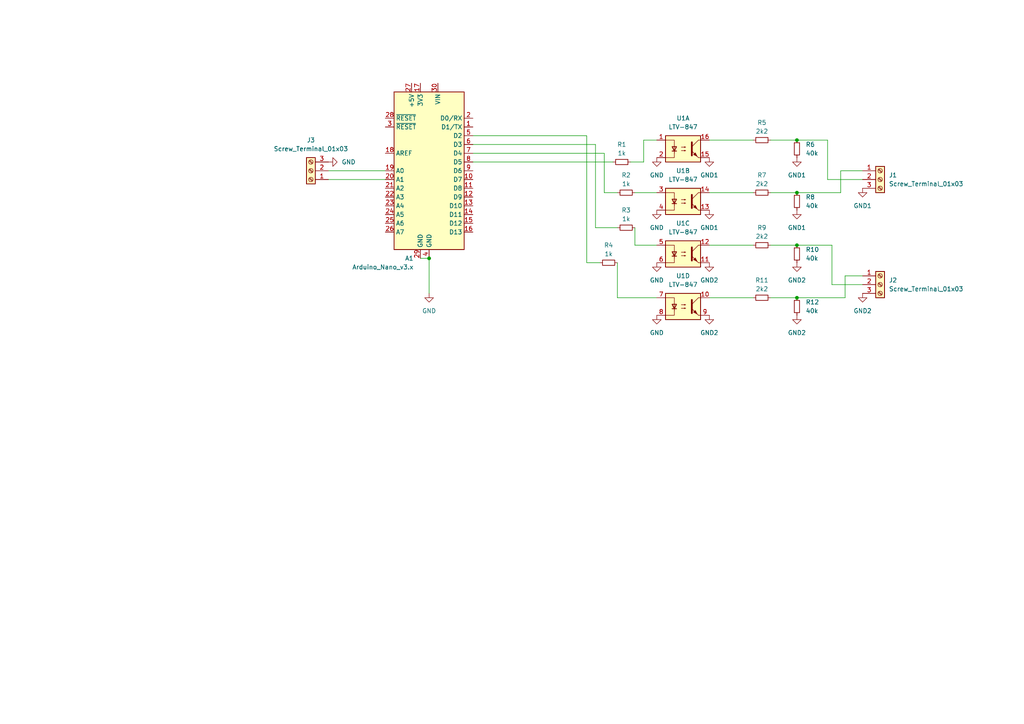
<source format=kicad_sch>
(kicad_sch (version 20230121) (generator eeschema)
  (paper "A4")
  (lib_symbols
    (symbol "Connector:Screw_Terminal_01x03" (pin_names (offset 1.016) hide)
      (property "Reference" "J" (at 0 5.08 0))
      (property "Value" "Screw_Terminal_01x03" (at 0 -5.08 0))
      (symbol "Screw_Terminal_01x03_1_1"
        (rectangle (start -1.27 3.81) (end 1.27 -3.81) (stroke (width 0.254)) (fill (type background)))
        (circle (center 0 -2.54) (radius 0.635) (stroke (width 0.1524)))
        (polyline (pts (xy -0.5334 -2.2098) (xy 0.3302 -3.048)) (stroke (width 0.1524)))
        (polyline (pts (xy -0.5334 0.3302) (xy 0.3302 -0.508)) (stroke (width 0.1524)))
        (polyline (pts (xy -0.5334 2.8702) (xy 0.3302 2.032)) (stroke (width 0.1524)))
        (polyline (pts (xy -0.3556 -2.032) (xy 0.508 -2.8702)) (stroke (width 0.1524)))
        (polyline (pts (xy -0.3556 0.508) (xy 0.508 -0.3302)) (stroke (width 0.1524)))
        (polyline (pts (xy -0.3556 3.048) (xy 0.508 2.2098)) (stroke (width 0.1524)))
        (circle (center 0 0) (radius 0.635) (stroke (width 0.1524)))
        (circle (center 0 2.54) (radius 0.635) (stroke (width 0.1524)))
        (pin passive line (at -5.08 2.54 0) (length 3.81) (name "Pin_1") (number "1"))
        (pin passive line (at -5.08 0 0) (length 3.81) (name "Pin_2") (number "2"))
        (pin passive line (at -5.08 -2.54 0) (length 3.81) (name "Pin_3") (number "3"))
      )
    )
    (symbol "Device:R_Small" (pin_numbers hide) (pin_names (offset 0.254) hide)
      (property "Reference" "R" (at 0.762 0.508 0))
      (property "Value" "R_Small" (at 0.762 -1.016 0))
      (symbol "R_Small_0_1"
        (rectangle (start -0.762 1.778) (end 0.762 -1.778) (stroke (width 0.2032)))
      )
      (symbol "R_Small_1_1"
        (pin passive line (at 0 2.54 270) (length 0.762) (name "~") (number "1"))
        (pin passive line (at 0 -2.54 90) (length 0.762) (name "~") (number "2"))
      )
    )
    (symbol "Isolator:LTV-847" (pin_names (offset 1.016))
      (property "Reference" "U" (at -5.08 5.08 0))
      (property "Value" "LTV-847" (at 0 5.08 0))
      (symbol "LTV-847_0_1"
        (rectangle (start -5.08 3.81) (end 5.08 -3.81) (stroke (width 0.254)) (fill (type background)))
        (polyline (pts (xy -3.175 -0.635) (xy -1.905 -0.635)) (stroke (width 0.254)))
        (polyline (pts (xy 2.54 0.635) (xy 4.445 2.54)))
        (polyline (pts (xy 4.445 -2.54) (xy 2.54 -0.635)) (fill (type outline)))
        (polyline (pts (xy 4.445 -2.54) (xy 5.08 -2.54)))
        (polyline (pts (xy 4.445 2.54) (xy 5.08 2.54)))
        (polyline (pts (xy -2.54 -0.635) (xy -2.54 -2.54) (xy -5.08 -2.54)))
        (polyline (pts (xy 2.54 1.905) (xy 2.54 -1.905) (xy 2.54 -1.905)) (stroke (width 0.508)))
        (polyline (pts (xy -5.08 2.54) (xy -2.54 2.54) (xy -2.54 -1.27) (xy -2.54 0.635)))
        (polyline (pts (xy -2.54 -0.635) (xy -3.175 0.635) (xy -1.905 0.635) (xy -2.54 -0.635)) (stroke (width 0.254)))
        (polyline (pts (xy -0.508 -0.508) (xy 0.762 -0.508) (xy 0.381 -0.635) (xy 0.381 -0.381) (xy 0.762 -0.508)))
        (polyline (pts (xy -0.508 0.508) (xy 0.762 0.508) (xy 0.381 0.381) (xy 0.381 0.635) (xy 0.762 0.508)))
        (polyline (pts (xy 3.048 -1.651) (xy 3.556 -1.143) (xy 4.064 -2.159) (xy 3.048 -1.651) (xy 3.048 -1.651)) (fill (type outline)))
      )
      (symbol "LTV-847_1_1"
        (pin passive line (at -7.62 2.54 0) (length 2.54) (name "~") (number "1"))
        (pin passive line (at 7.62 -2.54 180) (length 2.54) (name "~") (number "15"))
        (pin passive line (at 7.62 2.54 180) (length 2.54) (name "~") (number "16"))
        (pin passive line (at -7.62 -2.54 0) (length 2.54) (name "~") (number "2"))
      )
      (symbol "LTV-847_2_1"
        (pin passive line (at 7.62 -2.54 180) (length 2.54) (name "~") (number "13"))
        (pin passive line (at 7.62 2.54 180) (length 2.54) (name "~") (number "14"))
        (pin passive line (at -7.62 2.54 0) (length 2.54) (name "~") (number "3"))
        (pin passive line (at -7.62 -2.54 0) (length 2.54) (name "~") (number "4"))
      )
      (symbol "LTV-847_3_1"
        (pin passive line (at 7.62 -2.54 180) (length 2.54) (name "~") (number "11"))
        (pin passive line (at 7.62 2.54 180) (length 2.54) (name "~") (number "12"))
        (pin passive line (at -7.62 2.54 0) (length 2.54) (name "~") (number "5"))
        (pin passive line (at -7.62 -2.54 0) (length 2.54) (name "~") (number "6"))
      )
      (symbol "LTV-847_4_1"
        (pin passive line (at 7.62 2.54 180) (length 2.54) (name "~") (number "10"))
        (pin passive line (at -7.62 2.54 0) (length 2.54) (name "~") (number "7"))
        (pin passive line (at -7.62 -2.54 0) (length 2.54) (name "~") (number "8"))
        (pin passive line (at 7.62 -2.54 180) (length 2.54) (name "~") (number "9"))
      )
    )
    (symbol "MCU_Module:Arduino_Nano_v3.x"
      (property "Reference" "A" (at -10.16 23.495 0))
      (property "Value" "Arduino_Nano_v3.x" (at 5.08 -24.13 0))
      (symbol "Arduino_Nano_v3.x_0_1"
        (rectangle (start -10.16 22.86) (end 10.16 -22.86) (stroke (width 0.254)) (fill (type background)))
      )
      (symbol "Arduino_Nano_v3.x_1_1"
        (pin bidirectional line (at -12.7 12.7 0) (length 2.54) (name "D1/TX") (number "1"))
        (pin bidirectional line (at -12.7 -2.54 0) (length 2.54) (name "D7") (number "10"))
        (pin bidirectional line (at -12.7 -5.08 0) (length 2.54) (name "D8") (number "11"))
        (pin bidirectional line (at -12.7 -7.62 0) (length 2.54) (name "D9") (number "12"))
        (pin bidirectional line (at -12.7 -10.16 0) (length 2.54) (name "D10") (number "13"))
        (pin bidirectional line (at -12.7 -12.7 0) (length 2.54) (name "D11") (number "14"))
        (pin bidirectional line (at -12.7 -15.24 0) (length 2.54) (name "D12") (number "15"))
        (pin bidirectional line (at -12.7 -17.78 0) (length 2.54) (name "D13") (number "16"))
        (pin power_out line (at 2.54 25.4 270) (length 2.54) (name "3V3") (number "17"))
        (pin input line (at 12.7 5.08 180) (length 2.54) (name "AREF") (number "18"))
        (pin bidirectional line (at 12.7 0 180) (length 2.54) (name "A0") (number "19"))
        (pin bidirectional line (at -12.7 15.24 0) (length 2.54) (name "D0/RX") (number "2"))
        (pin bidirectional line (at 12.7 -2.54 180) (length 2.54) (name "A1") (number "20"))
        (pin bidirectional line (at 12.7 -5.08 180) (length 2.54) (name "A2") (number "21"))
        (pin bidirectional line (at 12.7 -7.62 180) (length 2.54) (name "A3") (number "22"))
        (pin bidirectional line (at 12.7 -10.16 180) (length 2.54) (name "A4") (number "23"))
        (pin bidirectional line (at 12.7 -12.7 180) (length 2.54) (name "A5") (number "24"))
        (pin bidirectional line (at 12.7 -15.24 180) (length 2.54) (name "A6") (number "25"))
        (pin bidirectional line (at 12.7 -17.78 180) (length 2.54) (name "A7") (number "26"))
        (pin power_out line (at 5.08 25.4 270) (length 2.54) (name "+5V") (number "27"))
        (pin input line (at 12.7 15.24 180) (length 2.54) (name "~{RESET}") (number "28"))
        (pin power_in line (at 2.54 -25.4 90) (length 2.54) (name "GND") (number "29"))
        (pin input line (at 12.7 12.7 180) (length 2.54) (name "~{RESET}") (number "3"))
        (pin power_in line (at -2.54 25.4 270) (length 2.54) (name "VIN") (number "30"))
        (pin power_in line (at 0 -25.4 90) (length 2.54) (name "GND") (number "4"))
        (pin bidirectional line (at -12.7 10.16 0) (length 2.54) (name "D2") (number "5"))
        (pin bidirectional line (at -12.7 7.62 0) (length 2.54) (name "D3") (number "6"))
        (pin bidirectional line (at -12.7 5.08 0) (length 2.54) (name "D4") (number "7"))
        (pin bidirectional line (at -12.7 2.54 0) (length 2.54) (name "D5") (number "8"))
        (pin bidirectional line (at -12.7 0 0) (length 2.54) (name "D6") (number "9"))
      )
    )
    (symbol "power:GND" (power) (pin_names (offset 0))
      (property "Value" "GND" (at 0 -3.81 0))
      (symbol "GND_0_1"
        (polyline (pts (xy 0 0) (xy 0 -1.27) (xy 1.27 -1.27) (xy 0 -2.54) (xy -1.27 -1.27) (xy 0 -1.27)))
      )
      (symbol "GND_1_1"
        (pin power_in line (at 0 0 270) (length 0) hide (name "GND") (number "1"))
      )
    )
    (symbol "power:GND1" (power) (pin_names (offset 0))
      (property "Value" "GND1" (at 0 -3.81 0))
      (symbol "GND1_0_1"
        (polyline (pts (xy 0 0) (xy 0 -1.27) (xy 1.27 -1.27) (xy 0 -2.54) (xy -1.27 -1.27) (xy 0 -1.27)))
      )
      (symbol "GND1_1_1"
        (pin power_in line (at 0 0 270) (length 0) hide (name "GND1") (number "1"))
      )
    )
    (symbol "power:GND2" (power) (pin_names (offset 0))
      (property "Value" "GND2" (at 0 -3.81 0))
      (symbol "GND2_0_1"
        (polyline (pts (xy 0 0) (xy 0 -1.27) (xy 1.27 -1.27) (xy 0 -2.54) (xy -1.27 -1.27) (xy 0 -1.27)))
      )
      (symbol "GND2_1_1"
        (pin power_in line (at 0 0 270) (length 0) hide (name "GND2") (number "1"))
      )
    )
  )
  (junction (at 231.14 40.64))
  (junction (at 231.14 86.36))
  (junction (at 231.14 55.88))
  (junction (at 124.46 74.93))
  (junction (at 231.14 71.12))
  (wire (pts (xy 231.14 86.36) (xy 245.11 86.36)))
  (wire (pts (xy 124.46 74.93) (xy 124.46 85.09)))
  (wire (pts (xy 243.84 49.53) (xy 250.19 49.53)))
  (wire (pts (xy 218.44 55.88) (xy 205.74 55.88)))
  (wire (pts (xy 240.03 40.64) (xy 231.14 40.64)))
  (wire (pts (xy 170.18 39.37) (xy 170.18 76.2)))
  (wire (pts (xy 240.03 52.07) (xy 240.03 40.64)))
  (wire (pts (xy 190.5 55.88) (xy 184.15 55.88)))
  (wire (pts (xy 241.3 82.55) (xy 241.3 71.12)))
  (wire (pts (xy 121.92 74.93) (xy 124.46 74.93)))
  (wire (pts (xy 243.84 49.53) (xy 243.84 55.88)))
  (wire (pts (xy 170.18 76.2) (xy 173.99 76.2)))
  (wire (pts (xy 245.11 80.01) (xy 245.11 86.36)))
  (wire (pts (xy 95.25 49.53) (xy 111.76 49.53)))
  (wire (pts (xy 205.74 40.64) (xy 218.44 40.64)))
  (wire (pts (xy 250.19 82.55) (xy 241.3 82.55)))
  (wire (pts (xy 190.5 71.12) (xy 184.15 71.12)))
  (wire (pts (xy 172.72 41.91) (xy 172.72 66.04)))
  (wire (pts (xy 137.16 46.99) (xy 177.8 46.99)))
  (wire (pts (xy 175.26 55.88) (xy 175.26 44.45)))
  (wire (pts (xy 137.16 39.37) (xy 170.18 39.37)))
  (wire (pts (xy 218.44 86.36) (xy 205.74 86.36)))
  (wire (pts (xy 179.07 86.36) (xy 179.07 76.2)))
  (wire (pts (xy 172.72 41.91) (xy 137.16 41.91)))
  (wire (pts (xy 186.69 46.99) (xy 182.88 46.99)))
  (wire (pts (xy 250.19 52.07) (xy 240.03 52.07)))
  (wire (pts (xy 231.14 71.12) (xy 241.3 71.12)))
  (wire (pts (xy 231.14 55.88) (xy 243.84 55.88)))
  (wire (pts (xy 190.5 86.36) (xy 179.07 86.36)))
  (wire (pts (xy 231.14 86.36) (xy 223.52 86.36)))
  (wire (pts (xy 175.26 55.88) (xy 179.07 55.88)))
  (wire (pts (xy 218.44 71.12) (xy 205.74 71.12)))
  (wire (pts (xy 231.14 40.64) (xy 223.52 40.64)))
  (wire (pts (xy 172.72 66.04) (xy 179.07 66.04)))
  (wire (pts (xy 175.26 44.45) (xy 137.16 44.45)))
  (wire (pts (xy 245.11 80.01) (xy 250.19 80.01)))
  (wire (pts (xy 231.14 71.12) (xy 223.52 71.12)))
  (wire (pts (xy 231.14 55.88) (xy 223.52 55.88)))
  (wire (pts (xy 190.5 40.64) (xy 186.69 40.64)))
  (wire (pts (xy 184.15 71.12) (xy 184.15 66.04)))
  (wire (pts (xy 186.69 40.64) (xy 186.69 46.99)))
  (wire (pts (xy 95.25 52.07) (xy 111.76 52.07)))
  (symbol (lib_id "Device:R_Small") (at 231.14 88.9 180) (unit 1)
    (property "Reference" "R12" (at 233.68 87.63 0) (effects (justify right)))
    (property "Value" "40k" (at 233.68 90.17 0) (effects (justify right)))
    (property "Footprint" "Resistor_THT:R_Axial_DIN0204_L3.6mm_D1.6mm_P7.62mm_Horizontal" (effects hide))
  )
  (symbol (lib_id "Isolator:LTV-847") (at 198.12 88.9 0) (unit 4)
    (property "Reference" "U1" (at 198.12 80.01 0))
    (property "Value" "LTV-847" (at 198.12 82.55 0))
    (property "Footprint" "Package_DIP:DIP-16_W7.62mm" (effects hide))
    (property "Datasheet" "http://optoelectronics.liteon.com/upload/download/DS-70-96-0016/LTV-8X7%20series.PDF" (effects hide))
  )
  (symbol (lib_id "Connector:Screw_Terminal_01x03") (at 90.17 49.53 180) (unit 1)
    (property "Reference" "J3" (at 90.17 40.64 0))
    (property "Value" "Screw_Terminal_01x03" (at 90.17 43.18 0))
    (property "Footprint" "TerminalBlock:TerminalBlock_bornier-3_P5.08mm" (effects hide))
  )
  (symbol (lib_id "Isolator:LTV-847") (at 198.12 58.42 0) (unit 2)
    (property "Reference" "U1" (at 198.12 49.53 0))
    (property "Value" "LTV-847" (at 198.12 52.07 0))
    (property "Footprint" "Package_DIP:DIP-16_W7.62mm" (effects hide))
    (property "Datasheet" "http://optoelectronics.liteon.com/upload/download/DS-70-96-0016/LTV-8X7%20series.PDF" (effects hide))
  )
  (symbol (lib_id "power:GND1") (at 250.19 54.61 0) (unit 1)
    (property "Reference" "#PWR013" (effects hide))
    (property "Value" "GND1" (at 250.19 59.69 0))
  )
  (symbol (lib_id "power:GND") (at 190.5 45.72 0) (unit 1)
    (property "Reference" "#PWR01" (effects hide))
    (property "Value" "GND" (at 190.5 50.8 0))
  )
  (symbol (lib_id "Isolator:LTV-847") (at 198.12 73.66 0) (unit 3)
    (property "Reference" "U1" (at 198.12 64.77 0))
    (property "Value" "LTV-847" (at 198.12 67.31 0))
    (property "Footprint" "Package_DIP:DIP-16_W7.62mm" (effects hide))
    (property "Datasheet" "http://optoelectronics.liteon.com/upload/download/DS-70-96-0016/LTV-8X7%20series.PDF" (effects hide))
  )
  (symbol (lib_id "Connector:Screw_Terminal_01x03") (at 255.27 52.07 0) (unit 1)
    (property "Reference" "J1" (at 257.81 50.8 0) (effects (justify left)))
    (property "Value" "Screw_Terminal_01x03" (at 257.81 53.34 0) (effects (justify left)))
    (property "Footprint" "TerminalBlock:TerminalBlock_bornier-3_P5.08mm" (effects hide))
  )
  (symbol (lib_id "power:GND") (at 190.5 60.96 0) (unit 1)
    (property "Reference" "#PWR02" (effects hide))
    (property "Value" "GND" (at 190.5 66.04 0))
  )
  (symbol (lib_id "Device:R_Small") (at 220.98 86.36 270) (unit 1)
    (property "Reference" "R11" (at 220.98 81.28 90))
    (property "Value" "2k2" (at 220.98 83.82 90))
    (property "Footprint" "Resistor_THT:R_Axial_DIN0204_L3.6mm_D1.6mm_P7.62mm_Horizontal" (effects hide))
  )
  (symbol (lib_id "power:GND2") (at 205.74 76.2 0) (unit 1)
    (property "Reference" "#PWR07" (effects hide))
    (property "Value" "GND2" (at 205.74 81.28 0))
  )
  (symbol (lib_id "MCU_Module:Arduino_Nano_v3.x") (at 124.46 49.53 0) (mirror y) (unit 1)
    (property "Reference" "A1" (at 119.9641 74.93 0) (effects (justify left)))
    (property "Value" "Arduino_Nano_v3.x" (at 119.9641 77.47 0) (effects (justify left)))
    (property "Footprint" "Module:Arduino_Nano" (effects hide))
    (property "Datasheet" "http://www.mouser.com/pdfdocs/Gravitech_Arduino_Nano3_0.pdf" (effects hide))
  )
  (symbol (lib_id "power:GND") (at 190.5 76.2 0) (unit 1)
    (property "Reference" "#PWR03" (effects hide))
    (property "Value" "GND" (at 190.5 81.28 0))
  )
  (symbol (lib_id "power:GND1") (at 231.14 60.96 0) (unit 1)
    (property "Reference" "#PWR011" (effects hide))
    (property "Value" "GND1" (at 231.14 66.04 0))
  )
  (symbol (lib_id "Device:R_Small") (at 220.98 55.88 270) (unit 1)
    (property "Reference" "R7" (at 220.98 50.8 90))
    (property "Value" "2k2" (at 220.98 53.34 90))
    (property "Footprint" "Resistor_THT:R_Axial_DIN0204_L3.6mm_D1.6mm_P7.62mm_Horizontal" (effects hide))
  )
  (symbol (lib_id "power:GND") (at 124.46 85.09 0) (unit 1)
    (property "Reference" "#PWR015" (effects hide))
    (property "Value" "GND" (at 124.46 90.17 0))
  )
  (symbol (lib_id "Device:R_Small") (at 231.14 43.18 180) (unit 1)
    (property "Reference" "R6" (at 233.68 41.91 0) (effects (justify right)))
    (property "Value" "40k" (at 233.68 44.45 0) (effects (justify right)))
    (property "Footprint" "Resistor_THT:R_Axial_DIN0204_L3.6mm_D1.6mm_P7.62mm_Horizontal" (effects hide))
  )
  (symbol (lib_id "Device:R_Small") (at 180.34 46.99 90) (unit 1)
    (property "Reference" "R1" (at 180.34 41.91 90))
    (property "Value" "1k" (at 180.34 44.45 90))
    (property "Footprint" "Resistor_THT:R_Axial_DIN0204_L3.6mm_D1.6mm_P7.62mm_Horizontal" (effects hide))
  )
  (symbol (lib_id "power:GND1") (at 205.74 60.96 0) (unit 1)
    (property "Reference" "#PWR06" (effects hide))
    (property "Value" "GND1" (at 205.74 66.04 0))
  )
  (symbol (lib_id "Isolator:LTV-847") (at 198.12 43.18 0) (unit 1)
    (property "Reference" "U1" (at 198.12 34.29 0))
    (property "Value" "LTV-847" (at 198.12 36.83 0))
    (property "Footprint" "Package_DIP:DIP-16_W7.62mm" (effects hide))
    (property "Datasheet" "http://optoelectronics.liteon.com/upload/download/DS-70-96-0016/LTV-8X7%20series.PDF" (effects hide))
  )
  (symbol (lib_id "Device:R_Small") (at 231.14 73.66 180) (unit 1)
    (property "Reference" "R10" (at 233.68 72.39 0) (effects (justify right)))
    (property "Value" "40k" (at 233.68 74.93 0) (effects (justify right)))
    (property "Footprint" "Resistor_THT:R_Axial_DIN0204_L3.6mm_D1.6mm_P7.62mm_Horizontal" (effects hide))
  )
  (symbol (lib_id "power:GND2") (at 231.14 91.44 0) (unit 1)
    (property "Reference" "#PWR09" (effects hide))
    (property "Value" "GND2" (at 231.14 96.52 0))
  )
  (symbol (lib_id "Device:R_Small") (at 176.53 76.2 90) (unit 1)
    (property "Reference" "R4" (at 176.53 71.12 90))
    (property "Value" "1k" (at 176.53 73.66 90))
    (property "Footprint" "Resistor_THT:R_Axial_DIN0204_L3.6mm_D1.6mm_P7.62mm_Horizontal" (effects hide))
  )
  (symbol (lib_id "power:GND1") (at 231.14 45.72 0) (unit 1)
    (property "Reference" "#PWR012" (effects hide))
    (property "Value" "GND1" (at 231.14 50.8 0))
  )
  (symbol (lib_id "Device:R_Small") (at 181.61 55.88 90) (unit 1)
    (property "Reference" "R2" (at 181.61 50.8 90))
    (property "Value" "1k" (at 181.61 53.34 90))
    (property "Footprint" "Resistor_THT:R_Axial_DIN0204_L3.6mm_D1.6mm_P7.62mm_Horizontal" (effects hide))
  )
  (symbol (lib_id "power:GND2") (at 231.14 76.2 0) (unit 1)
    (property "Reference" "#PWR010" (effects hide))
    (property "Value" "GND2" (at 231.14 81.28 0))
  )
  (symbol (lib_id "power:GND") (at 190.5 91.44 0) (unit 1)
    (property "Reference" "#PWR04" (effects hide))
    (property "Value" "GND" (at 190.5 96.52 0))
  )
  (symbol (lib_id "power:GND1") (at 205.74 45.72 0) (unit 1)
    (property "Reference" "#PWR05" (effects hide))
    (property "Value" "GND1" (at 205.74 50.8 0))
  )
  (symbol (lib_id "Device:R_Small") (at 220.98 71.12 270) (unit 1)
    (property "Reference" "R9" (at 220.98 66.04 90))
    (property "Value" "2k2" (at 220.98 68.58 90))
    (property "Footprint" "Resistor_THT:R_Axial_DIN0204_L3.6mm_D1.6mm_P7.62mm_Horizontal" (effects hide))
  )
  (symbol (lib_id "Device:R_Small") (at 231.14 58.42 180) (unit 1)
    (property "Reference" "R8" (at 233.68 57.15 0) (effects (justify right)))
    (property "Value" "40k" (at 233.68 59.69 0) (effects (justify right)))
    (property "Footprint" "Resistor_THT:R_Axial_DIN0204_L3.6mm_D1.6mm_P7.62mm_Horizontal" (effects hide))
  )
  (symbol (lib_id "power:GND2") (at 205.74 91.44 0) (unit 1)
    (property "Reference" "#PWR08" (effects hide))
    (property "Value" "GND2" (at 205.74 96.52 0))
  )
  (symbol (lib_id "Device:R_Small") (at 220.98 40.64 270) (unit 1)
    (property "Reference" "R5" (at 220.98 35.56 90))
    (property "Value" "2k2" (at 220.98 38.1 90))
    (property "Footprint" "Resistor_THT:R_Axial_DIN0204_L3.6mm_D1.6mm_P7.62mm_Horizontal" (effects hide))
  )
  (symbol (lib_id "power:GND2") (at 250.19 85.09 0) (unit 1)
    (property "Reference" "#PWR014" (effects hide))
    (property "Value" "GND2" (at 250.19 90.17 0))
  )
  (symbol (lib_id "power:GND") (at 95.25 46.99 90) (unit 1)
    (property "Reference" "#PWR016" (effects hide))
    (property "Value" "GND" (at 99.06 46.99 90) (effects (justify right)))
  )
  (symbol (lib_id "Device:R_Small") (at 181.61 66.04 90) (unit 1)
    (property "Reference" "R3" (at 181.61 60.96 90))
    (property "Value" "1k" (at 181.61 63.5 90))
    (property "Footprint" "Resistor_THT:R_Axial_DIN0204_L3.6mm_D1.6mm_P7.62mm_Horizontal" (effects hide))
  )
  (symbol (lib_id "Connector:Screw_Terminal_01x03") (at 255.27 82.55 0) (unit 1)
    (property "Reference" "J2" (at 257.81 81.28 0) (effects (justify left)))
    (property "Value" "Screw_Terminal_01x03" (at 257.81 83.82 0) (effects (justify left)))
    (property "Footprint" "TerminalBlock:TerminalBlock_bornier-3_P5.08mm" (effects hide))
  )
)
</source>
